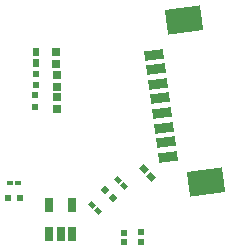
<source format=gtp>
G04*
G04 #@! TF.GenerationSoftware,Altium Limited,Altium Designer,24.1.2 (44)*
G04*
G04 Layer_Color=8421504*
%FSLAX44Y44*%
%MOMM*%
G71*
G04*
G04 #@! TF.SameCoordinates,9C14B213-01B7-469D-91E1-2C6BB7E4D26A*
G04*
G04*
G04 #@! TF.FilePolarity,Positive*
G04*
G01*
G75*
%ADD14R,0.5200X0.5200*%
%ADD15R,0.5500X0.6000*%
G04:AMPARAMS|DCode=16|XSize=0.6mm|YSize=0.55mm|CornerRadius=0mm|HoleSize=0mm|Usage=FLASHONLY|Rotation=135.000|XOffset=0mm|YOffset=0mm|HoleType=Round|Shape=Rectangle|*
%AMROTATEDRECTD16*
4,1,4,0.4066,-0.0177,0.0177,-0.4066,-0.4066,0.0177,-0.0177,0.4066,0.4066,-0.0177,0.0*
%
%ADD16ROTATEDRECTD16*%

G04:AMPARAMS|DCode=17|XSize=3mm|YSize=2.1mm|CornerRadius=0mm|HoleSize=0mm|Usage=FLASHONLY|Rotation=187.500|XOffset=0mm|YOffset=0mm|HoleType=Round|Shape=Rectangle|*
%AMROTATEDRECTD17*
4,1,4,1.3501,1.2368,1.6242,-0.8452,-1.3501,-1.2368,-1.6242,0.8452,1.3501,1.2368,0.0*
%
%ADD17ROTATEDRECTD17*%

G04:AMPARAMS|DCode=18|XSize=1.6mm|YSize=0.8mm|CornerRadius=0mm|HoleSize=0mm|Usage=FLASHONLY|Rotation=187.500|XOffset=0mm|YOffset=0mm|HoleType=Round|Shape=Rectangle|*
%AMROTATEDRECTD18*
4,1,4,0.7410,0.5010,0.8454,-0.2922,-0.7410,-0.5010,-0.8454,0.2922,0.7410,0.5010,0.0*
%
%ADD18ROTATEDRECTD18*%

%ADD19R,0.6000X0.5000*%
%ADD20R,0.6725X0.6682*%
%ADD21R,0.5000X0.5000*%
%ADD22R,0.5000X0.7000*%
G04:AMPARAMS|DCode=23|XSize=0.5541mm|YSize=0.4627mm|CornerRadius=0mm|HoleSize=0mm|Usage=FLASHONLY|Rotation=135.000|XOffset=0mm|YOffset=0mm|HoleType=Round|Shape=Rectangle|*
%AMROTATEDRECTD23*
4,1,4,0.3595,-0.0323,0.0323,-0.3595,-0.3595,0.0323,-0.0323,0.3595,0.3595,-0.0323,0.0*
%
%ADD23ROTATEDRECTD23*%

%ADD24R,0.5000X0.5000*%
%ADD25R,0.5541X0.4627*%
%ADD26P,0.7071X4X180.0*%
%ADD27R,0.7000X1.1500*%
D14*
X60616Y-71695D02*
D03*
Y-63696D02*
D03*
D15*
X75000Y-71750D02*
D03*
Y-63250D02*
D03*
D16*
X77005Y-9949D02*
D03*
X83015Y-15959D02*
D03*
D17*
X129386Y-20898D02*
D03*
X111308Y116417D02*
D03*
D18*
X97305Y598D02*
D03*
X95674Y12991D02*
D03*
X94042Y25384D02*
D03*
X92411Y37777D02*
D03*
X90779Y50170D02*
D03*
X89148Y62563D02*
D03*
X87516Y74956D02*
D03*
X85885Y87350D02*
D03*
D19*
X-14478Y61832D02*
D03*
Y70832D02*
D03*
D20*
X3048Y89349D02*
D03*
Y79307D02*
D03*
X3556Y50995D02*
D03*
Y40953D02*
D03*
X3302Y69791D02*
D03*
Y59749D02*
D03*
D21*
X-14986Y53006D02*
D03*
Y43006D02*
D03*
D22*
X-14478Y89082D02*
D03*
Y80082D02*
D03*
D23*
X33055Y-39913D02*
D03*
X38065Y-44923D02*
D03*
X55407Y-19085D02*
D03*
X60417Y-24095D02*
D03*
D24*
X-37512Y-34290D02*
D03*
X-27512D02*
D03*
D25*
X-36309Y-21082D02*
D03*
X-29223D02*
D03*
D26*
X44216Y-27199D02*
D03*
X51287Y-34269D02*
D03*
D27*
X-2896Y-64320D02*
D03*
X6604D02*
D03*
X16104D02*
D03*
Y-39820D02*
D03*
X-2896D02*
D03*
M02*

</source>
